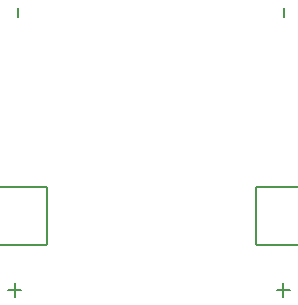
<source format=gbr>
%TF.GenerationSoftware,KiCad,Pcbnew,7.0.10-7.0.10~ubuntu20.04.1*%
%TF.CreationDate,2024-03-04T09:10:09+08:00*%
%TF.ProjectId,ESwitch,45537769-7463-4682-9e6b-696361645f70,rev?*%
%TF.SameCoordinates,Original*%
%TF.FileFunction,Legend,Bot*%
%TF.FilePolarity,Positive*%
%FSLAX46Y46*%
G04 Gerber Fmt 4.6, Leading zero omitted, Abs format (unit mm)*
G04 Created by KiCad (PCBNEW 7.0.10-7.0.10~ubuntu20.04.1) date 2024-03-04 09:10:09*
%MOMM*%
%LPD*%
G01*
G04 APERTURE LIST*
G04 Aperture macros list*
%AMRoundRect*
0 Rectangle with rounded corners*
0 $1 Rounding radius*
0 $2 $3 $4 $5 $6 $7 $8 $9 X,Y pos of 4 corners*
0 Add a 4 corners polygon primitive as box body*
4,1,4,$2,$3,$4,$5,$6,$7,$8,$9,$2,$3,0*
0 Add four circle primitives for the rounded corners*
1,1,$1+$1,$2,$3*
1,1,$1+$1,$4,$5*
1,1,$1+$1,$6,$7*
1,1,$1+$1,$8,$9*
0 Add four rect primitives between the rounded corners*
20,1,$1+$1,$2,$3,$4,$5,0*
20,1,$1+$1,$4,$5,$6,$7,0*
20,1,$1+$1,$6,$7,$8,$9,0*
20,1,$1+$1,$8,$9,$2,$3,0*%
G04 Aperture macros list end*
%ADD10C,0.150000*%
%ADD11C,3.200000*%
%ADD12C,2.200000*%
%ADD13R,1.350000X1.350000*%
%ADD14O,1.350000X1.350000*%
%ADD15O,2.804000X1.504000*%
%ADD16RoundRect,0.102000X-2.458000X2.458000X-2.458000X-2.458000X2.458000X-2.458000X2.458000X2.458000X0*%
%ADD17C,5.120000*%
%ADD18C,0.850000*%
%ADD19RoundRect,0.102000X2.458000X-2.458000X2.458000X2.458000X-2.458000X2.458000X-2.458000X-2.458000X0*%
G04 APERTURE END LIST*
D10*
X181488866Y-61336779D02*
X181488866Y-62098684D01*
X203988866Y-61336779D02*
X203988866Y-62098684D01*
X204544173Y-85237200D02*
X203401316Y-85237200D01*
X203972744Y-85808628D02*
X203972744Y-84665771D01*
X181794173Y-85237200D02*
X180651316Y-85237200D01*
X181222744Y-85808628D02*
X181222744Y-84665771D01*
%LPC*%
D11*
%TO.C,REF\u002A\u002A*%
X211500000Y-55000000D03*
%TD*%
%TO.C,REF\u002A\u002A*%
X174500000Y-55000000D03*
%TD*%
%TO.C,REF\u002A\u002A*%
X174500000Y-92000000D03*
%TD*%
%TO.C,REF\u002A\u002A*%
X211500000Y-92000000D03*
%TD*%
D12*
%TO.C,REF\u002A\u002A*%
X192250000Y-73500000D03*
%TD*%
%TO.C,REF\u002A\u002A*%
X192250000Y-84250000D03*
%TD*%
D13*
%TO.C,J3*%
X189000000Y-94400000D03*
D14*
X189000000Y-92400000D03*
%TD*%
D15*
%TO.C,J1*%
X172600000Y-64100000D03*
X172600000Y-83000000D03*
D16*
X181500000Y-79000000D03*
D17*
X181500000Y-68100000D03*
%TD*%
D18*
%TO.C,SW1*%
X184450000Y-92950000D03*
X181450000Y-92950000D03*
%TD*%
D13*
%TO.C,J4*%
X180200000Y-88400000D03*
D14*
X182200000Y-88400000D03*
X184200000Y-88400000D03*
%TD*%
D15*
%TO.C,J2*%
X213500000Y-64100000D03*
X213500000Y-83000000D03*
D19*
X204100000Y-79000000D03*
D17*
X204100000Y-68100000D03*
%TD*%
%LPD*%
M02*

</source>
